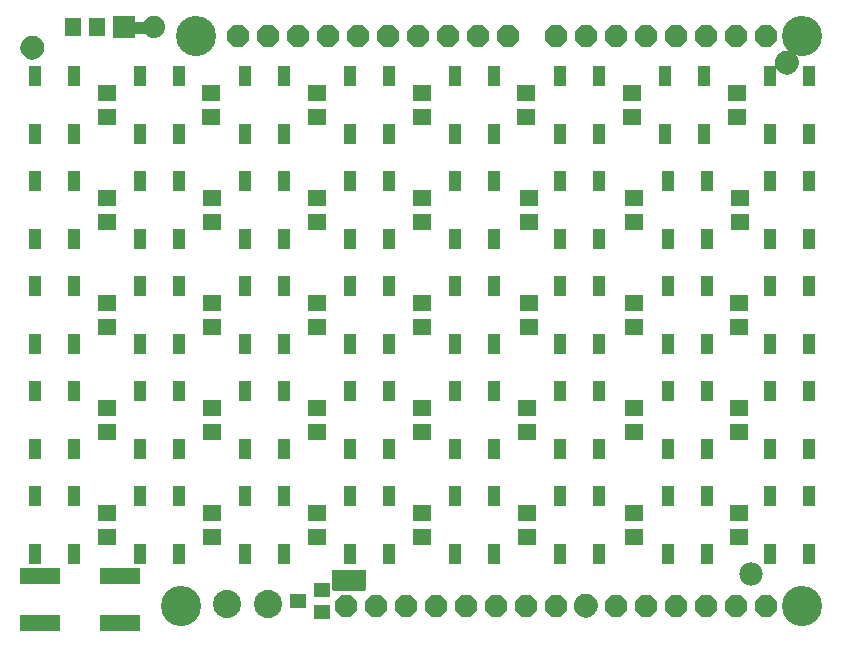
<source format=gbr>
G04 EAGLE Gerber RS-274X export*
G75*
%MOMM*%
%FSLAX34Y34*%
%LPD*%
%INSoldermask Top*%
%IPPOS*%
%AMOC8*
5,1,8,0,0,1.08239X$1,22.5*%
G01*
%ADD10C,3.403200*%
%ADD11R,1.103200X1.703200*%
%ADD12R,1.503200X1.403200*%
%ADD13P,2.034460X8X22.500000*%
%ADD14R,3.403200X1.403200*%
%ADD15C,2.387600*%
%ADD16R,1.371600X1.803400*%
%ADD17R,0.838200X0.406400*%
%ADD18R,1.879600X1.879600*%
%ADD19C,1.879600*%
%ADD20C,1.981200*%
%ADD21C,1.203200*%
%ADD22C,0.500000*%
%ADD23R,1.473200X1.203200*%
%ADD24R,1.403200X1.503200*%

G36*
X294758Y38116D02*
X294758Y38116D01*
X294877Y38123D01*
X294915Y38136D01*
X294956Y38141D01*
X295066Y38184D01*
X295179Y38221D01*
X295214Y38243D01*
X295251Y38258D01*
X295347Y38328D01*
X295448Y38391D01*
X295476Y38421D01*
X295509Y38444D01*
X295585Y38536D01*
X295666Y38623D01*
X295686Y38658D01*
X295711Y38689D01*
X295762Y38797D01*
X295820Y38901D01*
X295830Y38941D01*
X295847Y38977D01*
X295869Y39094D01*
X295899Y39209D01*
X295903Y39270D01*
X295907Y39290D01*
X295905Y39310D01*
X295909Y39370D01*
X295909Y54610D01*
X295894Y54728D01*
X295887Y54847D01*
X295874Y54885D01*
X295869Y54926D01*
X295826Y55036D01*
X295789Y55149D01*
X295767Y55184D01*
X295752Y55221D01*
X295683Y55317D01*
X295619Y55418D01*
X295589Y55446D01*
X295566Y55479D01*
X295474Y55555D01*
X295387Y55636D01*
X295352Y55656D01*
X295321Y55681D01*
X295213Y55732D01*
X295109Y55790D01*
X295069Y55800D01*
X295033Y55817D01*
X294916Y55839D01*
X294801Y55869D01*
X294741Y55873D01*
X294721Y55877D01*
X294700Y55875D01*
X294640Y55879D01*
X269240Y55879D01*
X269122Y55864D01*
X269003Y55857D01*
X268965Y55844D01*
X268924Y55839D01*
X268814Y55796D01*
X268701Y55759D01*
X268666Y55737D01*
X268629Y55722D01*
X268533Y55653D01*
X268432Y55589D01*
X268404Y55559D01*
X268371Y55536D01*
X268296Y55444D01*
X268214Y55357D01*
X268194Y55322D01*
X268169Y55291D01*
X268118Y55183D01*
X268060Y55079D01*
X268050Y55039D01*
X268033Y55003D01*
X268011Y54886D01*
X267981Y54771D01*
X267977Y54711D01*
X267973Y54691D01*
X267974Y54684D01*
X267973Y54682D01*
X267974Y54666D01*
X267971Y54610D01*
X267971Y39370D01*
X267986Y39252D01*
X267993Y39133D01*
X268006Y39095D01*
X268011Y39054D01*
X268054Y38944D01*
X268091Y38831D01*
X268113Y38796D01*
X268128Y38759D01*
X268198Y38663D01*
X268261Y38562D01*
X268291Y38534D01*
X268314Y38501D01*
X268406Y38426D01*
X268493Y38344D01*
X268528Y38324D01*
X268559Y38299D01*
X268667Y38248D01*
X268771Y38190D01*
X268811Y38180D01*
X268847Y38163D01*
X268964Y38141D01*
X269079Y38111D01*
X269140Y38107D01*
X269160Y38103D01*
X269180Y38105D01*
X269240Y38101D01*
X294640Y38101D01*
X294758Y38116D01*
G37*
G36*
X111878Y509286D02*
X111878Y509286D01*
X111997Y509293D01*
X112035Y509306D01*
X112076Y509311D01*
X112186Y509354D01*
X112299Y509391D01*
X112334Y509413D01*
X112371Y509428D01*
X112467Y509498D01*
X112568Y509561D01*
X112596Y509591D01*
X112629Y509614D01*
X112705Y509706D01*
X112786Y509793D01*
X112806Y509828D01*
X112831Y509859D01*
X112882Y509967D01*
X112940Y510071D01*
X112950Y510111D01*
X112967Y510147D01*
X112989Y510264D01*
X113019Y510379D01*
X113023Y510440D01*
X113027Y510460D01*
X113025Y510480D01*
X113029Y510540D01*
X113029Y518160D01*
X113014Y518278D01*
X113007Y518397D01*
X112994Y518435D01*
X112989Y518476D01*
X112946Y518586D01*
X112909Y518699D01*
X112887Y518734D01*
X112872Y518771D01*
X112803Y518867D01*
X112739Y518968D01*
X112709Y518996D01*
X112686Y519029D01*
X112594Y519105D01*
X112507Y519186D01*
X112472Y519206D01*
X112441Y519231D01*
X112333Y519282D01*
X112229Y519340D01*
X112189Y519350D01*
X112153Y519367D01*
X112036Y519389D01*
X111921Y519419D01*
X111861Y519423D01*
X111841Y519427D01*
X111820Y519425D01*
X111760Y519429D01*
X99060Y519429D01*
X98942Y519414D01*
X98823Y519407D01*
X98785Y519394D01*
X98744Y519389D01*
X98634Y519346D01*
X98521Y519309D01*
X98486Y519287D01*
X98449Y519272D01*
X98353Y519203D01*
X98252Y519139D01*
X98224Y519109D01*
X98191Y519086D01*
X98116Y518994D01*
X98034Y518907D01*
X98014Y518872D01*
X97989Y518841D01*
X97938Y518733D01*
X97880Y518629D01*
X97870Y518589D01*
X97853Y518553D01*
X97831Y518436D01*
X97801Y518321D01*
X97797Y518261D01*
X97793Y518241D01*
X97794Y518237D01*
X97793Y518236D01*
X97794Y518218D01*
X97791Y518160D01*
X97791Y510540D01*
X97806Y510422D01*
X97813Y510303D01*
X97826Y510265D01*
X97831Y510224D01*
X97874Y510114D01*
X97911Y510001D01*
X97933Y509966D01*
X97948Y509929D01*
X98018Y509833D01*
X98081Y509732D01*
X98111Y509704D01*
X98134Y509671D01*
X98226Y509596D01*
X98313Y509514D01*
X98348Y509494D01*
X98379Y509469D01*
X98487Y509418D01*
X98591Y509360D01*
X98631Y509350D01*
X98667Y509333D01*
X98784Y509311D01*
X98899Y509281D01*
X98960Y509277D01*
X98980Y509273D01*
X99000Y509275D01*
X99060Y509271D01*
X111760Y509271D01*
X111878Y509286D01*
G37*
D10*
X152400Y508000D03*
X139700Y25400D03*
X665480Y508000D03*
X665480Y25400D03*
D11*
X16520Y425080D03*
X49520Y425080D03*
X16520Y474080D03*
X49520Y474080D03*
X105420Y425080D03*
X138420Y425080D03*
X105420Y474080D03*
X138420Y474080D03*
X194320Y425080D03*
X227320Y425080D03*
X194320Y474080D03*
X227320Y474080D03*
X283220Y425080D03*
X316220Y425080D03*
X283220Y474080D03*
X316220Y474080D03*
X372120Y425080D03*
X405120Y425080D03*
X372120Y474080D03*
X405120Y474080D03*
X461020Y425080D03*
X494020Y425080D03*
X461020Y474080D03*
X494020Y474080D03*
X549920Y425080D03*
X582920Y425080D03*
X549920Y474080D03*
X582920Y474080D03*
X638820Y425080D03*
X671820Y425080D03*
X638820Y474080D03*
X671820Y474080D03*
D12*
X165100Y439420D03*
X165100Y459740D03*
X255270Y439420D03*
X255270Y459740D03*
X344170Y439420D03*
X344170Y459740D03*
X431800Y439420D03*
X431800Y459740D03*
X521970Y439420D03*
X521970Y459740D03*
X610870Y439420D03*
X610870Y459740D03*
X77470Y439420D03*
X77470Y459740D03*
D13*
X533400Y508000D03*
X508000Y25400D03*
X558800Y508000D03*
X584200Y508000D03*
X609600Y508000D03*
X635000Y508000D03*
X508000Y508000D03*
X482600Y508000D03*
X457200Y508000D03*
X416560Y508000D03*
X391160Y508000D03*
X365760Y508000D03*
X340360Y508000D03*
X314960Y508000D03*
X289560Y508000D03*
X264160Y508000D03*
X238760Y508000D03*
X533400Y25400D03*
X558800Y25400D03*
X584200Y25400D03*
X609600Y25400D03*
X635000Y25400D03*
X457200Y25400D03*
X431800Y25400D03*
X406400Y25400D03*
X381000Y25400D03*
X355600Y25400D03*
X330200Y25400D03*
X213360Y508000D03*
X187960Y508000D03*
X304800Y25400D03*
X279400Y25400D03*
D11*
X16520Y336180D03*
X49520Y336180D03*
X16520Y385180D03*
X49520Y385180D03*
X105420Y336180D03*
X138420Y336180D03*
X105420Y385180D03*
X138420Y385180D03*
X194320Y336180D03*
X227320Y336180D03*
X194320Y385180D03*
X227320Y385180D03*
X283220Y336180D03*
X316220Y336180D03*
X283220Y385180D03*
X316220Y385180D03*
X372120Y336180D03*
X405120Y336180D03*
X372120Y385180D03*
X405120Y385180D03*
X461020Y336180D03*
X494020Y336180D03*
X461020Y385180D03*
X494020Y385180D03*
X552460Y336180D03*
X585460Y336180D03*
X552460Y385180D03*
X585460Y385180D03*
X638820Y336180D03*
X671820Y336180D03*
X638820Y385180D03*
X671820Y385180D03*
D12*
X523240Y350520D03*
X523240Y370840D03*
X613410Y350520D03*
X613410Y370840D03*
X77470Y350520D03*
X77470Y370840D03*
X434340Y350520D03*
X434340Y370840D03*
X166370Y350520D03*
X166370Y370840D03*
X255270Y350520D03*
X255270Y370840D03*
X344170Y350520D03*
X344170Y370840D03*
D11*
X16520Y247280D03*
X49520Y247280D03*
X16520Y296280D03*
X49520Y296280D03*
X105420Y247280D03*
X138420Y247280D03*
X105420Y296280D03*
X138420Y296280D03*
X194320Y247280D03*
X227320Y247280D03*
X194320Y296280D03*
X227320Y296280D03*
X283220Y247280D03*
X316220Y247280D03*
X283220Y296280D03*
X316220Y296280D03*
X372120Y247280D03*
X405120Y247280D03*
X372120Y296280D03*
X405120Y296280D03*
X461020Y247280D03*
X494020Y247280D03*
X461020Y296280D03*
X494020Y296280D03*
X552460Y247280D03*
X585460Y247280D03*
X552460Y296280D03*
X585460Y296280D03*
X638820Y247280D03*
X671820Y247280D03*
X638820Y296280D03*
X671820Y296280D03*
D12*
X166370Y261620D03*
X166370Y281940D03*
X77470Y261620D03*
X77470Y281940D03*
X255270Y261620D03*
X255270Y281940D03*
X612140Y261620D03*
X612140Y281940D03*
X344170Y261620D03*
X344170Y281940D03*
X523240Y261620D03*
X523240Y281940D03*
X434340Y261620D03*
X434340Y281940D03*
D11*
X16520Y158380D03*
X49520Y158380D03*
X16520Y207380D03*
X49520Y207380D03*
X105420Y158380D03*
X138420Y158380D03*
X105420Y207380D03*
X138420Y207380D03*
X194320Y158380D03*
X227320Y158380D03*
X194320Y207380D03*
X227320Y207380D03*
X283220Y158380D03*
X316220Y158380D03*
X283220Y207380D03*
X316220Y207380D03*
X372120Y158380D03*
X405120Y158380D03*
X372120Y207380D03*
X405120Y207380D03*
X461020Y158380D03*
X494020Y158380D03*
X461020Y207380D03*
X494020Y207380D03*
X552460Y158380D03*
X585460Y158380D03*
X552460Y207380D03*
X585460Y207380D03*
X638820Y158380D03*
X671820Y158380D03*
X638820Y207380D03*
X671820Y207380D03*
D12*
X344170Y172720D03*
X344170Y193040D03*
X77470Y172720D03*
X77470Y193040D03*
X166370Y172720D03*
X166370Y193040D03*
X255270Y172720D03*
X255270Y193040D03*
X433070Y172720D03*
X433070Y193040D03*
X523240Y172720D03*
X523240Y193040D03*
X612140Y172720D03*
X612140Y193040D03*
D11*
X16520Y69480D03*
X49520Y69480D03*
X16520Y118480D03*
X49520Y118480D03*
X105420Y69480D03*
X138420Y69480D03*
X105420Y118480D03*
X138420Y118480D03*
X194320Y69480D03*
X227320Y69480D03*
X194320Y118480D03*
X227320Y118480D03*
X283220Y69480D03*
X316220Y69480D03*
X283220Y118480D03*
X316220Y118480D03*
X372120Y69480D03*
X405120Y69480D03*
X372120Y118480D03*
X405120Y118480D03*
X461020Y69480D03*
X494020Y69480D03*
X461020Y118480D03*
X494020Y118480D03*
X552460Y69480D03*
X585460Y69480D03*
X552460Y118480D03*
X585460Y118480D03*
X638820Y69480D03*
X671820Y69480D03*
X638820Y118480D03*
X671820Y118480D03*
D12*
X523240Y83820D03*
X523240Y104140D03*
X77470Y83820D03*
X77470Y104140D03*
X166370Y83820D03*
X166370Y104140D03*
X255270Y83820D03*
X255270Y104140D03*
X344170Y83820D03*
X344170Y104140D03*
X433070Y83820D03*
X433070Y104140D03*
X612140Y83820D03*
X612140Y104140D03*
D14*
X88610Y10480D03*
X20610Y10480D03*
X20610Y50480D03*
X88610Y50480D03*
D15*
X213580Y26670D03*
X178580Y26670D03*
D16*
X274320Y46990D03*
X289560Y46990D03*
D17*
X281940Y46990D03*
D18*
X91440Y515620D03*
D19*
X116840Y515620D03*
D20*
X622300Y52070D03*
D21*
X482600Y25400D03*
D22*
X482600Y32900D02*
X482419Y32898D01*
X482238Y32891D01*
X482057Y32880D01*
X481876Y32865D01*
X481696Y32845D01*
X481516Y32821D01*
X481337Y32793D01*
X481159Y32760D01*
X480982Y32723D01*
X480805Y32682D01*
X480630Y32637D01*
X480455Y32587D01*
X480282Y32533D01*
X480111Y32475D01*
X479940Y32413D01*
X479772Y32346D01*
X479605Y32276D01*
X479439Y32202D01*
X479276Y32123D01*
X479115Y32041D01*
X478955Y31955D01*
X478798Y31865D01*
X478643Y31771D01*
X478490Y31674D01*
X478340Y31572D01*
X478192Y31468D01*
X478046Y31359D01*
X477904Y31248D01*
X477764Y31132D01*
X477627Y31014D01*
X477492Y30892D01*
X477361Y30767D01*
X477233Y30639D01*
X477108Y30508D01*
X476986Y30373D01*
X476868Y30236D01*
X476752Y30096D01*
X476641Y29954D01*
X476532Y29808D01*
X476428Y29660D01*
X476326Y29510D01*
X476229Y29357D01*
X476135Y29202D01*
X476045Y29045D01*
X475959Y28885D01*
X475877Y28724D01*
X475798Y28561D01*
X475724Y28395D01*
X475654Y28228D01*
X475587Y28060D01*
X475525Y27889D01*
X475467Y27718D01*
X475413Y27545D01*
X475363Y27370D01*
X475318Y27195D01*
X475277Y27018D01*
X475240Y26841D01*
X475207Y26663D01*
X475179Y26484D01*
X475155Y26304D01*
X475135Y26124D01*
X475120Y25943D01*
X475109Y25762D01*
X475102Y25581D01*
X475100Y25400D01*
X482600Y32900D02*
X482781Y32898D01*
X482962Y32891D01*
X483143Y32880D01*
X483324Y32865D01*
X483504Y32845D01*
X483684Y32821D01*
X483863Y32793D01*
X484041Y32760D01*
X484218Y32723D01*
X484395Y32682D01*
X484570Y32637D01*
X484745Y32587D01*
X484918Y32533D01*
X485089Y32475D01*
X485260Y32413D01*
X485428Y32346D01*
X485595Y32276D01*
X485761Y32202D01*
X485924Y32123D01*
X486085Y32041D01*
X486245Y31955D01*
X486402Y31865D01*
X486557Y31771D01*
X486710Y31674D01*
X486860Y31572D01*
X487008Y31468D01*
X487154Y31359D01*
X487296Y31248D01*
X487436Y31132D01*
X487573Y31014D01*
X487708Y30892D01*
X487839Y30767D01*
X487967Y30639D01*
X488092Y30508D01*
X488214Y30373D01*
X488332Y30236D01*
X488448Y30096D01*
X488559Y29954D01*
X488668Y29808D01*
X488772Y29660D01*
X488874Y29510D01*
X488971Y29357D01*
X489065Y29202D01*
X489155Y29045D01*
X489241Y28885D01*
X489323Y28724D01*
X489402Y28561D01*
X489476Y28395D01*
X489546Y28228D01*
X489613Y28060D01*
X489675Y27889D01*
X489733Y27718D01*
X489787Y27545D01*
X489837Y27370D01*
X489882Y27195D01*
X489923Y27018D01*
X489960Y26841D01*
X489993Y26663D01*
X490021Y26484D01*
X490045Y26304D01*
X490065Y26124D01*
X490080Y25943D01*
X490091Y25762D01*
X490098Y25581D01*
X490100Y25400D01*
X490098Y25219D01*
X490091Y25038D01*
X490080Y24857D01*
X490065Y24676D01*
X490045Y24496D01*
X490021Y24316D01*
X489993Y24137D01*
X489960Y23959D01*
X489923Y23782D01*
X489882Y23605D01*
X489837Y23430D01*
X489787Y23255D01*
X489733Y23082D01*
X489675Y22911D01*
X489613Y22740D01*
X489546Y22572D01*
X489476Y22405D01*
X489402Y22239D01*
X489323Y22076D01*
X489241Y21915D01*
X489155Y21755D01*
X489065Y21598D01*
X488971Y21443D01*
X488874Y21290D01*
X488772Y21140D01*
X488668Y20992D01*
X488559Y20846D01*
X488448Y20704D01*
X488332Y20564D01*
X488214Y20427D01*
X488092Y20292D01*
X487967Y20161D01*
X487839Y20033D01*
X487708Y19908D01*
X487573Y19786D01*
X487436Y19668D01*
X487296Y19552D01*
X487154Y19441D01*
X487008Y19332D01*
X486860Y19228D01*
X486710Y19126D01*
X486557Y19029D01*
X486402Y18935D01*
X486245Y18845D01*
X486085Y18759D01*
X485924Y18677D01*
X485761Y18598D01*
X485595Y18524D01*
X485428Y18454D01*
X485260Y18387D01*
X485089Y18325D01*
X484918Y18267D01*
X484745Y18213D01*
X484570Y18163D01*
X484395Y18118D01*
X484218Y18077D01*
X484041Y18040D01*
X483863Y18007D01*
X483684Y17979D01*
X483504Y17955D01*
X483324Y17935D01*
X483143Y17920D01*
X482962Y17909D01*
X482781Y17902D01*
X482600Y17900D01*
X482419Y17902D01*
X482238Y17909D01*
X482057Y17920D01*
X481876Y17935D01*
X481696Y17955D01*
X481516Y17979D01*
X481337Y18007D01*
X481159Y18040D01*
X480982Y18077D01*
X480805Y18118D01*
X480630Y18163D01*
X480455Y18213D01*
X480282Y18267D01*
X480111Y18325D01*
X479940Y18387D01*
X479772Y18454D01*
X479605Y18524D01*
X479439Y18598D01*
X479276Y18677D01*
X479115Y18759D01*
X478955Y18845D01*
X478798Y18935D01*
X478643Y19029D01*
X478490Y19126D01*
X478340Y19228D01*
X478192Y19332D01*
X478046Y19441D01*
X477904Y19552D01*
X477764Y19668D01*
X477627Y19786D01*
X477492Y19908D01*
X477361Y20033D01*
X477233Y20161D01*
X477108Y20292D01*
X476986Y20427D01*
X476868Y20564D01*
X476752Y20704D01*
X476641Y20846D01*
X476532Y20992D01*
X476428Y21140D01*
X476326Y21290D01*
X476229Y21443D01*
X476135Y21598D01*
X476045Y21755D01*
X475959Y21915D01*
X475877Y22076D01*
X475798Y22239D01*
X475724Y22405D01*
X475654Y22572D01*
X475587Y22740D01*
X475525Y22911D01*
X475467Y23082D01*
X475413Y23255D01*
X475363Y23430D01*
X475318Y23605D01*
X475277Y23782D01*
X475240Y23959D01*
X475207Y24137D01*
X475179Y24316D01*
X475155Y24496D01*
X475135Y24676D01*
X475120Y24857D01*
X475109Y25038D01*
X475102Y25219D01*
X475100Y25400D01*
D21*
X13970Y497840D03*
D22*
X13970Y505340D02*
X13789Y505338D01*
X13608Y505331D01*
X13427Y505320D01*
X13246Y505305D01*
X13066Y505285D01*
X12886Y505261D01*
X12707Y505233D01*
X12529Y505200D01*
X12352Y505163D01*
X12175Y505122D01*
X12000Y505077D01*
X11825Y505027D01*
X11652Y504973D01*
X11481Y504915D01*
X11310Y504853D01*
X11142Y504786D01*
X10975Y504716D01*
X10809Y504642D01*
X10646Y504563D01*
X10485Y504481D01*
X10325Y504395D01*
X10168Y504305D01*
X10013Y504211D01*
X9860Y504114D01*
X9710Y504012D01*
X9562Y503908D01*
X9416Y503799D01*
X9274Y503688D01*
X9134Y503572D01*
X8997Y503454D01*
X8862Y503332D01*
X8731Y503207D01*
X8603Y503079D01*
X8478Y502948D01*
X8356Y502813D01*
X8238Y502676D01*
X8122Y502536D01*
X8011Y502394D01*
X7902Y502248D01*
X7798Y502100D01*
X7696Y501950D01*
X7599Y501797D01*
X7505Y501642D01*
X7415Y501485D01*
X7329Y501325D01*
X7247Y501164D01*
X7168Y501001D01*
X7094Y500835D01*
X7024Y500668D01*
X6957Y500500D01*
X6895Y500329D01*
X6837Y500158D01*
X6783Y499985D01*
X6733Y499810D01*
X6688Y499635D01*
X6647Y499458D01*
X6610Y499281D01*
X6577Y499103D01*
X6549Y498924D01*
X6525Y498744D01*
X6505Y498564D01*
X6490Y498383D01*
X6479Y498202D01*
X6472Y498021D01*
X6470Y497840D01*
X13970Y505340D02*
X14151Y505338D01*
X14332Y505331D01*
X14513Y505320D01*
X14694Y505305D01*
X14874Y505285D01*
X15054Y505261D01*
X15233Y505233D01*
X15411Y505200D01*
X15588Y505163D01*
X15765Y505122D01*
X15940Y505077D01*
X16115Y505027D01*
X16288Y504973D01*
X16459Y504915D01*
X16630Y504853D01*
X16798Y504786D01*
X16965Y504716D01*
X17131Y504642D01*
X17294Y504563D01*
X17455Y504481D01*
X17615Y504395D01*
X17772Y504305D01*
X17927Y504211D01*
X18080Y504114D01*
X18230Y504012D01*
X18378Y503908D01*
X18524Y503799D01*
X18666Y503688D01*
X18806Y503572D01*
X18943Y503454D01*
X19078Y503332D01*
X19209Y503207D01*
X19337Y503079D01*
X19462Y502948D01*
X19584Y502813D01*
X19702Y502676D01*
X19818Y502536D01*
X19929Y502394D01*
X20038Y502248D01*
X20142Y502100D01*
X20244Y501950D01*
X20341Y501797D01*
X20435Y501642D01*
X20525Y501485D01*
X20611Y501325D01*
X20693Y501164D01*
X20772Y501001D01*
X20846Y500835D01*
X20916Y500668D01*
X20983Y500500D01*
X21045Y500329D01*
X21103Y500158D01*
X21157Y499985D01*
X21207Y499810D01*
X21252Y499635D01*
X21293Y499458D01*
X21330Y499281D01*
X21363Y499103D01*
X21391Y498924D01*
X21415Y498744D01*
X21435Y498564D01*
X21450Y498383D01*
X21461Y498202D01*
X21468Y498021D01*
X21470Y497840D01*
X21468Y497659D01*
X21461Y497478D01*
X21450Y497297D01*
X21435Y497116D01*
X21415Y496936D01*
X21391Y496756D01*
X21363Y496577D01*
X21330Y496399D01*
X21293Y496222D01*
X21252Y496045D01*
X21207Y495870D01*
X21157Y495695D01*
X21103Y495522D01*
X21045Y495351D01*
X20983Y495180D01*
X20916Y495012D01*
X20846Y494845D01*
X20772Y494679D01*
X20693Y494516D01*
X20611Y494355D01*
X20525Y494195D01*
X20435Y494038D01*
X20341Y493883D01*
X20244Y493730D01*
X20142Y493580D01*
X20038Y493432D01*
X19929Y493286D01*
X19818Y493144D01*
X19702Y493004D01*
X19584Y492867D01*
X19462Y492732D01*
X19337Y492601D01*
X19209Y492473D01*
X19078Y492348D01*
X18943Y492226D01*
X18806Y492108D01*
X18666Y491992D01*
X18524Y491881D01*
X18378Y491772D01*
X18230Y491668D01*
X18080Y491566D01*
X17927Y491469D01*
X17772Y491375D01*
X17615Y491285D01*
X17455Y491199D01*
X17294Y491117D01*
X17131Y491038D01*
X16965Y490964D01*
X16798Y490894D01*
X16630Y490827D01*
X16459Y490765D01*
X16288Y490707D01*
X16115Y490653D01*
X15940Y490603D01*
X15765Y490558D01*
X15588Y490517D01*
X15411Y490480D01*
X15233Y490447D01*
X15054Y490419D01*
X14874Y490395D01*
X14694Y490375D01*
X14513Y490360D01*
X14332Y490349D01*
X14151Y490342D01*
X13970Y490340D01*
X13789Y490342D01*
X13608Y490349D01*
X13427Y490360D01*
X13246Y490375D01*
X13066Y490395D01*
X12886Y490419D01*
X12707Y490447D01*
X12529Y490480D01*
X12352Y490517D01*
X12175Y490558D01*
X12000Y490603D01*
X11825Y490653D01*
X11652Y490707D01*
X11481Y490765D01*
X11310Y490827D01*
X11142Y490894D01*
X10975Y490964D01*
X10809Y491038D01*
X10646Y491117D01*
X10485Y491199D01*
X10325Y491285D01*
X10168Y491375D01*
X10013Y491469D01*
X9860Y491566D01*
X9710Y491668D01*
X9562Y491772D01*
X9416Y491881D01*
X9274Y491992D01*
X9134Y492108D01*
X8997Y492226D01*
X8862Y492348D01*
X8731Y492473D01*
X8603Y492601D01*
X8478Y492732D01*
X8356Y492867D01*
X8238Y493004D01*
X8122Y493144D01*
X8011Y493286D01*
X7902Y493432D01*
X7798Y493580D01*
X7696Y493730D01*
X7599Y493883D01*
X7505Y494038D01*
X7415Y494195D01*
X7329Y494355D01*
X7247Y494516D01*
X7168Y494679D01*
X7094Y494845D01*
X7024Y495012D01*
X6957Y495180D01*
X6895Y495351D01*
X6837Y495522D01*
X6783Y495695D01*
X6733Y495870D01*
X6688Y496045D01*
X6647Y496222D01*
X6610Y496399D01*
X6577Y496577D01*
X6549Y496756D01*
X6525Y496936D01*
X6505Y497116D01*
X6490Y497297D01*
X6479Y497478D01*
X6472Y497659D01*
X6470Y497840D01*
D21*
X652780Y485140D03*
D22*
X652780Y492640D02*
X652599Y492638D01*
X652418Y492631D01*
X652237Y492620D01*
X652056Y492605D01*
X651876Y492585D01*
X651696Y492561D01*
X651517Y492533D01*
X651339Y492500D01*
X651162Y492463D01*
X650985Y492422D01*
X650810Y492377D01*
X650635Y492327D01*
X650462Y492273D01*
X650291Y492215D01*
X650120Y492153D01*
X649952Y492086D01*
X649785Y492016D01*
X649619Y491942D01*
X649456Y491863D01*
X649295Y491781D01*
X649135Y491695D01*
X648978Y491605D01*
X648823Y491511D01*
X648670Y491414D01*
X648520Y491312D01*
X648372Y491208D01*
X648226Y491099D01*
X648084Y490988D01*
X647944Y490872D01*
X647807Y490754D01*
X647672Y490632D01*
X647541Y490507D01*
X647413Y490379D01*
X647288Y490248D01*
X647166Y490113D01*
X647048Y489976D01*
X646932Y489836D01*
X646821Y489694D01*
X646712Y489548D01*
X646608Y489400D01*
X646506Y489250D01*
X646409Y489097D01*
X646315Y488942D01*
X646225Y488785D01*
X646139Y488625D01*
X646057Y488464D01*
X645978Y488301D01*
X645904Y488135D01*
X645834Y487968D01*
X645767Y487800D01*
X645705Y487629D01*
X645647Y487458D01*
X645593Y487285D01*
X645543Y487110D01*
X645498Y486935D01*
X645457Y486758D01*
X645420Y486581D01*
X645387Y486403D01*
X645359Y486224D01*
X645335Y486044D01*
X645315Y485864D01*
X645300Y485683D01*
X645289Y485502D01*
X645282Y485321D01*
X645280Y485140D01*
X652780Y492640D02*
X652961Y492638D01*
X653142Y492631D01*
X653323Y492620D01*
X653504Y492605D01*
X653684Y492585D01*
X653864Y492561D01*
X654043Y492533D01*
X654221Y492500D01*
X654398Y492463D01*
X654575Y492422D01*
X654750Y492377D01*
X654925Y492327D01*
X655098Y492273D01*
X655269Y492215D01*
X655440Y492153D01*
X655608Y492086D01*
X655775Y492016D01*
X655941Y491942D01*
X656104Y491863D01*
X656265Y491781D01*
X656425Y491695D01*
X656582Y491605D01*
X656737Y491511D01*
X656890Y491414D01*
X657040Y491312D01*
X657188Y491208D01*
X657334Y491099D01*
X657476Y490988D01*
X657616Y490872D01*
X657753Y490754D01*
X657888Y490632D01*
X658019Y490507D01*
X658147Y490379D01*
X658272Y490248D01*
X658394Y490113D01*
X658512Y489976D01*
X658628Y489836D01*
X658739Y489694D01*
X658848Y489548D01*
X658952Y489400D01*
X659054Y489250D01*
X659151Y489097D01*
X659245Y488942D01*
X659335Y488785D01*
X659421Y488625D01*
X659503Y488464D01*
X659582Y488301D01*
X659656Y488135D01*
X659726Y487968D01*
X659793Y487800D01*
X659855Y487629D01*
X659913Y487458D01*
X659967Y487285D01*
X660017Y487110D01*
X660062Y486935D01*
X660103Y486758D01*
X660140Y486581D01*
X660173Y486403D01*
X660201Y486224D01*
X660225Y486044D01*
X660245Y485864D01*
X660260Y485683D01*
X660271Y485502D01*
X660278Y485321D01*
X660280Y485140D01*
X660278Y484959D01*
X660271Y484778D01*
X660260Y484597D01*
X660245Y484416D01*
X660225Y484236D01*
X660201Y484056D01*
X660173Y483877D01*
X660140Y483699D01*
X660103Y483522D01*
X660062Y483345D01*
X660017Y483170D01*
X659967Y482995D01*
X659913Y482822D01*
X659855Y482651D01*
X659793Y482480D01*
X659726Y482312D01*
X659656Y482145D01*
X659582Y481979D01*
X659503Y481816D01*
X659421Y481655D01*
X659335Y481495D01*
X659245Y481338D01*
X659151Y481183D01*
X659054Y481030D01*
X658952Y480880D01*
X658848Y480732D01*
X658739Y480586D01*
X658628Y480444D01*
X658512Y480304D01*
X658394Y480167D01*
X658272Y480032D01*
X658147Y479901D01*
X658019Y479773D01*
X657888Y479648D01*
X657753Y479526D01*
X657616Y479408D01*
X657476Y479292D01*
X657334Y479181D01*
X657188Y479072D01*
X657040Y478968D01*
X656890Y478866D01*
X656737Y478769D01*
X656582Y478675D01*
X656425Y478585D01*
X656265Y478499D01*
X656104Y478417D01*
X655941Y478338D01*
X655775Y478264D01*
X655608Y478194D01*
X655440Y478127D01*
X655269Y478065D01*
X655098Y478007D01*
X654925Y477953D01*
X654750Y477903D01*
X654575Y477858D01*
X654398Y477817D01*
X654221Y477780D01*
X654043Y477747D01*
X653864Y477719D01*
X653684Y477695D01*
X653504Y477675D01*
X653323Y477660D01*
X653142Y477649D01*
X652961Y477642D01*
X652780Y477640D01*
X652599Y477642D01*
X652418Y477649D01*
X652237Y477660D01*
X652056Y477675D01*
X651876Y477695D01*
X651696Y477719D01*
X651517Y477747D01*
X651339Y477780D01*
X651162Y477817D01*
X650985Y477858D01*
X650810Y477903D01*
X650635Y477953D01*
X650462Y478007D01*
X650291Y478065D01*
X650120Y478127D01*
X649952Y478194D01*
X649785Y478264D01*
X649619Y478338D01*
X649456Y478417D01*
X649295Y478499D01*
X649135Y478585D01*
X648978Y478675D01*
X648823Y478769D01*
X648670Y478866D01*
X648520Y478968D01*
X648372Y479072D01*
X648226Y479181D01*
X648084Y479292D01*
X647944Y479408D01*
X647807Y479526D01*
X647672Y479648D01*
X647541Y479773D01*
X647413Y479901D01*
X647288Y480032D01*
X647166Y480167D01*
X647048Y480304D01*
X646932Y480444D01*
X646821Y480586D01*
X646712Y480732D01*
X646608Y480880D01*
X646506Y481030D01*
X646409Y481183D01*
X646315Y481338D01*
X646225Y481495D01*
X646139Y481655D01*
X646057Y481816D01*
X645978Y481979D01*
X645904Y482145D01*
X645834Y482312D01*
X645767Y482480D01*
X645705Y482651D01*
X645647Y482822D01*
X645593Y482995D01*
X645543Y483170D01*
X645498Y483345D01*
X645457Y483522D01*
X645420Y483699D01*
X645387Y483877D01*
X645359Y484056D01*
X645335Y484236D01*
X645315Y484416D01*
X645300Y484597D01*
X645289Y484778D01*
X645282Y484959D01*
X645280Y485140D01*
D23*
X238920Y29210D03*
X258920Y38710D03*
X258920Y19710D03*
D24*
X48260Y515620D03*
X68580Y515620D03*
M02*

</source>
